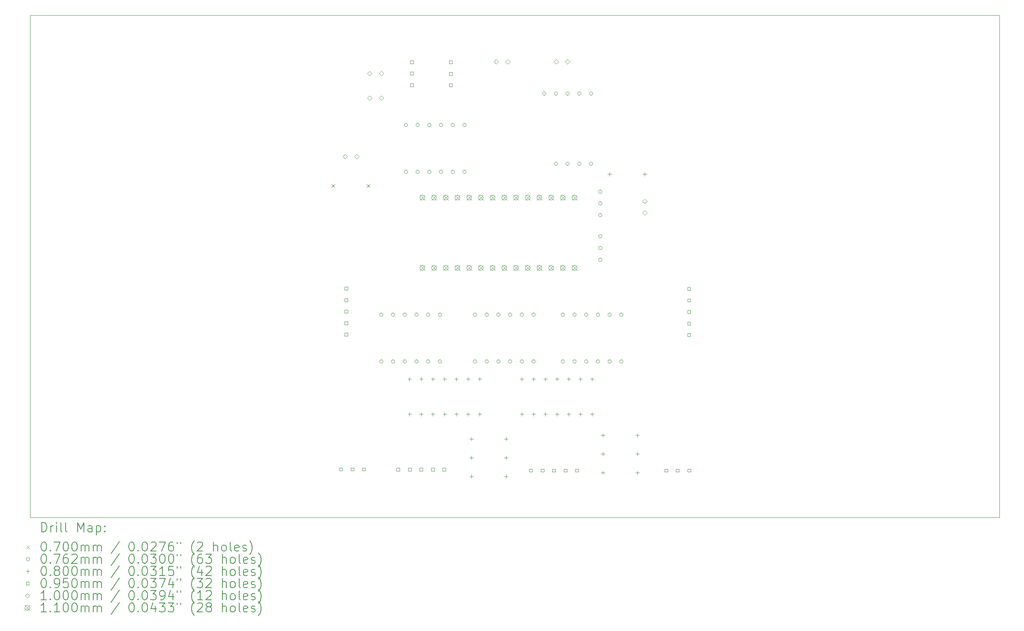
<source format=gbr>
%TF.GenerationSoftware,KiCad,Pcbnew,6.0.11-2627ca5db0~126~ubuntu20.04.1*%
%TF.CreationDate,2023-02-06T13:13:37-05:00*%
%TF.ProjectId,ScooterBLDCMotorController,53636f6f-7465-4724-924c-44434d6f746f,rev?*%
%TF.SameCoordinates,Original*%
%TF.FileFunction,Drillmap*%
%TF.FilePolarity,Positive*%
%FSLAX45Y45*%
G04 Gerber Fmt 4.5, Leading zero omitted, Abs format (unit mm)*
G04 Created by KiCad (PCBNEW 6.0.11-2627ca5db0~126~ubuntu20.04.1) date 2023-02-06 13:13:37*
%MOMM*%
%LPD*%
G01*
G04 APERTURE LIST*
%ADD10C,0.100000*%
%ADD11C,0.200000*%
%ADD12C,0.070000*%
%ADD13C,0.076200*%
%ADD14C,0.080000*%
%ADD15C,0.095000*%
%ADD16C,0.110000*%
G04 APERTURE END LIST*
D10*
X25374600Y-3771900D02*
X4343400Y-3771900D01*
X4343400Y-3771900D02*
X4343400Y-14668500D01*
X4343400Y-14668500D02*
X25374600Y-14668500D01*
X25374600Y-14668500D02*
X25374600Y-3771900D01*
D11*
D12*
X10886000Y-7443600D02*
X10956000Y-7513600D01*
X10956000Y-7443600D02*
X10886000Y-7513600D01*
X11648000Y-7443600D02*
X11718000Y-7513600D01*
X11718000Y-7443600D02*
X11648000Y-7513600D01*
D13*
X12005500Y-10272600D02*
G75*
G03*
X12005500Y-10272600I-38100J0D01*
G01*
X12005500Y-11288600D02*
G75*
G03*
X12005500Y-11288600I-38100J0D01*
G01*
X12259500Y-10272600D02*
G75*
G03*
X12259500Y-10272600I-38100J0D01*
G01*
X12259500Y-11288600D02*
G75*
G03*
X12259500Y-11288600I-38100J0D01*
G01*
X12513500Y-10272600D02*
G75*
G03*
X12513500Y-10272600I-38100J0D01*
G01*
X12513500Y-11288600D02*
G75*
G03*
X12513500Y-11288600I-38100J0D01*
G01*
X12538900Y-6157800D02*
G75*
G03*
X12538900Y-6157800I-38100J0D01*
G01*
X12538900Y-7173800D02*
G75*
G03*
X12538900Y-7173800I-38100J0D01*
G01*
X12767500Y-10272600D02*
G75*
G03*
X12767500Y-10272600I-38100J0D01*
G01*
X12767500Y-11288600D02*
G75*
G03*
X12767500Y-11288600I-38100J0D01*
G01*
X12792900Y-6157800D02*
G75*
G03*
X12792900Y-6157800I-38100J0D01*
G01*
X12792900Y-7173800D02*
G75*
G03*
X12792900Y-7173800I-38100J0D01*
G01*
X13021500Y-10272600D02*
G75*
G03*
X13021500Y-10272600I-38100J0D01*
G01*
X13021500Y-11288600D02*
G75*
G03*
X13021500Y-11288600I-38100J0D01*
G01*
X13046900Y-6157800D02*
G75*
G03*
X13046900Y-6157800I-38100J0D01*
G01*
X13046900Y-7173800D02*
G75*
G03*
X13046900Y-7173800I-38100J0D01*
G01*
X13275500Y-10272600D02*
G75*
G03*
X13275500Y-10272600I-38100J0D01*
G01*
X13275500Y-11288600D02*
G75*
G03*
X13275500Y-11288600I-38100J0D01*
G01*
X13300900Y-6157800D02*
G75*
G03*
X13300900Y-6157800I-38100J0D01*
G01*
X13300900Y-7173800D02*
G75*
G03*
X13300900Y-7173800I-38100J0D01*
G01*
X13554900Y-6157800D02*
G75*
G03*
X13554900Y-6157800I-38100J0D01*
G01*
X13554900Y-7173800D02*
G75*
G03*
X13554900Y-7173800I-38100J0D01*
G01*
X13808900Y-6157800D02*
G75*
G03*
X13808900Y-6157800I-38100J0D01*
G01*
X13808900Y-7173800D02*
G75*
G03*
X13808900Y-7173800I-38100J0D01*
G01*
X14037500Y-10272600D02*
G75*
G03*
X14037500Y-10272600I-38100J0D01*
G01*
X14037500Y-11288600D02*
G75*
G03*
X14037500Y-11288600I-38100J0D01*
G01*
X14291500Y-10272600D02*
G75*
G03*
X14291500Y-10272600I-38100J0D01*
G01*
X14291500Y-11288600D02*
G75*
G03*
X14291500Y-11288600I-38100J0D01*
G01*
X14545500Y-10272600D02*
G75*
G03*
X14545500Y-10272600I-38100J0D01*
G01*
X14545500Y-11288600D02*
G75*
G03*
X14545500Y-11288600I-38100J0D01*
G01*
X14799500Y-10272600D02*
G75*
G03*
X14799500Y-10272600I-38100J0D01*
G01*
X14799500Y-11288600D02*
G75*
G03*
X14799500Y-11288600I-38100J0D01*
G01*
X15053500Y-10272600D02*
G75*
G03*
X15053500Y-10272600I-38100J0D01*
G01*
X15053500Y-11288600D02*
G75*
G03*
X15053500Y-11288600I-38100J0D01*
G01*
X15307500Y-10272600D02*
G75*
G03*
X15307500Y-10272600I-38100J0D01*
G01*
X15307500Y-11288600D02*
G75*
G03*
X15307500Y-11288600I-38100J0D01*
G01*
X15538100Y-5473850D02*
G75*
G03*
X15538100Y-5473850I-38100J0D01*
G01*
X15792100Y-5473850D02*
G75*
G03*
X15792100Y-5473850I-38100J0D01*
G01*
X15792100Y-6997850D02*
G75*
G03*
X15792100Y-6997850I-38100J0D01*
G01*
X15942500Y-10272600D02*
G75*
G03*
X15942500Y-10272600I-38100J0D01*
G01*
X15942500Y-11288600D02*
G75*
G03*
X15942500Y-11288600I-38100J0D01*
G01*
X16046100Y-5473850D02*
G75*
G03*
X16046100Y-5473850I-38100J0D01*
G01*
X16046100Y-6997850D02*
G75*
G03*
X16046100Y-6997850I-38100J0D01*
G01*
X16196500Y-10272600D02*
G75*
G03*
X16196500Y-10272600I-38100J0D01*
G01*
X16196500Y-11288600D02*
G75*
G03*
X16196500Y-11288600I-38100J0D01*
G01*
X16300100Y-5473850D02*
G75*
G03*
X16300100Y-5473850I-38100J0D01*
G01*
X16300100Y-6997850D02*
G75*
G03*
X16300100Y-6997850I-38100J0D01*
G01*
X16450500Y-10272600D02*
G75*
G03*
X16450500Y-10272600I-38100J0D01*
G01*
X16450500Y-11288600D02*
G75*
G03*
X16450500Y-11288600I-38100J0D01*
G01*
X16554100Y-5473850D02*
G75*
G03*
X16554100Y-5473850I-38100J0D01*
G01*
X16554100Y-6997850D02*
G75*
G03*
X16554100Y-6997850I-38100J0D01*
G01*
X16704500Y-10272600D02*
G75*
G03*
X16704500Y-10272600I-38100J0D01*
G01*
X16704500Y-11288600D02*
G75*
G03*
X16704500Y-11288600I-38100J0D01*
G01*
X16755300Y-7605600D02*
G75*
G03*
X16755300Y-7605600I-38100J0D01*
G01*
X16755300Y-7859600D02*
G75*
G03*
X16755300Y-7859600I-38100J0D01*
G01*
X16755300Y-8113600D02*
G75*
G03*
X16755300Y-8113600I-38100J0D01*
G01*
X16755300Y-8572500D02*
G75*
G03*
X16755300Y-8572500I-38100J0D01*
G01*
X16755300Y-8826500D02*
G75*
G03*
X16755300Y-8826500I-38100J0D01*
G01*
X16755300Y-9080500D02*
G75*
G03*
X16755300Y-9080500I-38100J0D01*
G01*
X16958500Y-10272600D02*
G75*
G03*
X16958500Y-10272600I-38100J0D01*
G01*
X16958500Y-11288600D02*
G75*
G03*
X16958500Y-11288600I-38100J0D01*
G01*
X17212500Y-10272600D02*
G75*
G03*
X17212500Y-10272600I-38100J0D01*
G01*
X17212500Y-11288600D02*
G75*
G03*
X17212500Y-11288600I-38100J0D01*
G01*
D14*
X12577500Y-11630600D02*
X12577500Y-11710600D01*
X12537500Y-11670600D02*
X12617500Y-11670600D01*
X12577500Y-12392600D02*
X12577500Y-12472600D01*
X12537500Y-12432600D02*
X12617500Y-12432600D01*
X12831500Y-11630600D02*
X12831500Y-11710600D01*
X12791500Y-11670600D02*
X12871500Y-11670600D01*
X12831500Y-12392600D02*
X12831500Y-12472600D01*
X12791500Y-12432600D02*
X12871500Y-12432600D01*
X13085500Y-11630600D02*
X13085500Y-11710600D01*
X13045500Y-11670600D02*
X13125500Y-11670600D01*
X13085500Y-12392600D02*
X13085500Y-12472600D01*
X13045500Y-12432600D02*
X13125500Y-12432600D01*
X13339500Y-11630600D02*
X13339500Y-11710600D01*
X13299500Y-11670600D02*
X13379500Y-11670600D01*
X13339500Y-12392600D02*
X13339500Y-12472600D01*
X13299500Y-12432600D02*
X13379500Y-12432600D01*
X13593500Y-11630600D02*
X13593500Y-11710600D01*
X13553500Y-11670600D02*
X13633500Y-11670600D01*
X13593500Y-12392600D02*
X13593500Y-12472600D01*
X13553500Y-12432600D02*
X13633500Y-12432600D01*
X13847500Y-11630600D02*
X13847500Y-11710600D01*
X13807500Y-11670600D02*
X13887500Y-11670600D01*
X13847500Y-12392600D02*
X13847500Y-12472600D01*
X13807500Y-12432600D02*
X13887500Y-12432600D01*
X13923200Y-12926700D02*
X13923200Y-13006700D01*
X13883200Y-12966700D02*
X13963200Y-12966700D01*
X13923200Y-13333100D02*
X13923200Y-13413100D01*
X13883200Y-13373100D02*
X13963200Y-13373100D01*
X13923200Y-13739500D02*
X13923200Y-13819500D01*
X13883200Y-13779500D02*
X13963200Y-13779500D01*
X14101500Y-11630600D02*
X14101500Y-11710600D01*
X14061500Y-11670600D02*
X14141500Y-11670600D01*
X14101500Y-12392600D02*
X14101500Y-12472600D01*
X14061500Y-12432600D02*
X14141500Y-12432600D01*
X14673200Y-12926700D02*
X14673200Y-13006700D01*
X14633200Y-12966700D02*
X14713200Y-12966700D01*
X14673200Y-13333100D02*
X14673200Y-13413100D01*
X14633200Y-13373100D02*
X14713200Y-13373100D01*
X14673200Y-13739500D02*
X14673200Y-13819500D01*
X14633200Y-13779500D02*
X14713200Y-13779500D01*
X15015900Y-11630600D02*
X15015900Y-11710600D01*
X14975900Y-11670600D02*
X15055900Y-11670600D01*
X15015900Y-12392600D02*
X15015900Y-12472600D01*
X14975900Y-12432600D02*
X15055900Y-12432600D01*
X15269900Y-11630600D02*
X15269900Y-11710600D01*
X15229900Y-11670600D02*
X15309900Y-11670600D01*
X15269900Y-12392600D02*
X15269900Y-12472600D01*
X15229900Y-12432600D02*
X15309900Y-12432600D01*
X15523900Y-11630600D02*
X15523900Y-11710600D01*
X15483900Y-11670600D02*
X15563900Y-11670600D01*
X15523900Y-12392600D02*
X15523900Y-12472600D01*
X15483900Y-12432600D02*
X15563900Y-12432600D01*
X15777900Y-11630600D02*
X15777900Y-11710600D01*
X15737900Y-11670600D02*
X15817900Y-11670600D01*
X15777900Y-12392600D02*
X15777900Y-12472600D01*
X15737900Y-12432600D02*
X15817900Y-12432600D01*
X16031900Y-11630600D02*
X16031900Y-11710600D01*
X15991900Y-11670600D02*
X16071900Y-11670600D01*
X16031900Y-12392600D02*
X16031900Y-12472600D01*
X15991900Y-12432600D02*
X16071900Y-12432600D01*
X16285900Y-11630600D02*
X16285900Y-11710600D01*
X16245900Y-11670600D02*
X16325900Y-11670600D01*
X16285900Y-12392600D02*
X16285900Y-12472600D01*
X16245900Y-12432600D02*
X16325900Y-12432600D01*
X16539900Y-11630600D02*
X16539900Y-11710600D01*
X16499900Y-11670600D02*
X16579900Y-11670600D01*
X16539900Y-12392600D02*
X16539900Y-12472600D01*
X16499900Y-12432600D02*
X16579900Y-12432600D01*
X16774000Y-12848800D02*
X16774000Y-12928800D01*
X16734000Y-12888800D02*
X16814000Y-12888800D01*
X16774000Y-13255200D02*
X16774000Y-13335200D01*
X16734000Y-13295200D02*
X16814000Y-13295200D01*
X16774000Y-13661600D02*
X16774000Y-13741600D01*
X16734000Y-13701600D02*
X16814000Y-13701600D01*
X16920400Y-7184600D02*
X16920400Y-7264600D01*
X16880400Y-7224600D02*
X16960400Y-7224600D01*
X17524000Y-12848800D02*
X17524000Y-12928800D01*
X17484000Y-12888800D02*
X17564000Y-12888800D01*
X17524000Y-13255200D02*
X17524000Y-13335200D01*
X17484000Y-13295200D02*
X17564000Y-13295200D01*
X17524000Y-13661600D02*
X17524000Y-13741600D01*
X17484000Y-13701600D02*
X17564000Y-13701600D01*
X17682400Y-7184600D02*
X17682400Y-7264600D01*
X17642400Y-7224600D02*
X17722400Y-7224600D01*
D15*
X11119988Y-13660688D02*
X11119988Y-13593512D01*
X11052812Y-13593512D01*
X11052812Y-13660688D01*
X11119988Y-13660688D01*
X11234988Y-9736388D02*
X11234988Y-9669212D01*
X11167812Y-9669212D01*
X11167812Y-9736388D01*
X11234988Y-9736388D01*
X11234988Y-9986388D02*
X11234988Y-9919212D01*
X11167812Y-9919212D01*
X11167812Y-9986388D01*
X11234988Y-9986388D01*
X11234988Y-10236388D02*
X11234988Y-10169212D01*
X11167812Y-10169212D01*
X11167812Y-10236388D01*
X11234988Y-10236388D01*
X11234988Y-10486388D02*
X11234988Y-10419212D01*
X11167812Y-10419212D01*
X11167812Y-10486388D01*
X11234988Y-10486388D01*
X11234988Y-10736388D02*
X11234988Y-10669212D01*
X11167812Y-10669212D01*
X11167812Y-10736388D01*
X11234988Y-10736388D01*
X11369988Y-13660688D02*
X11369988Y-13593512D01*
X11302812Y-13593512D01*
X11302812Y-13660688D01*
X11369988Y-13660688D01*
X11619988Y-13660688D02*
X11619988Y-13593512D01*
X11552812Y-13593512D01*
X11552812Y-13660688D01*
X11619988Y-13660688D01*
X12364588Y-13662388D02*
X12364588Y-13595212D01*
X12297412Y-13595212D01*
X12297412Y-13662388D01*
X12364588Y-13662388D01*
X12614588Y-13662388D02*
X12614588Y-13595212D01*
X12547412Y-13595212D01*
X12547412Y-13662388D01*
X12614588Y-13662388D01*
X12663688Y-4823788D02*
X12663688Y-4756612D01*
X12596512Y-4756612D01*
X12596512Y-4823788D01*
X12663688Y-4823788D01*
X12663688Y-5073788D02*
X12663688Y-5006612D01*
X12596512Y-5006612D01*
X12596512Y-5073788D01*
X12663688Y-5073788D01*
X12663688Y-5323788D02*
X12663688Y-5256612D01*
X12596512Y-5256612D01*
X12596512Y-5323788D01*
X12663688Y-5323788D01*
X12864588Y-13662388D02*
X12864588Y-13595212D01*
X12797412Y-13595212D01*
X12797412Y-13662388D01*
X12864588Y-13662388D01*
X13114588Y-13662388D02*
X13114588Y-13595212D01*
X13047412Y-13595212D01*
X13047412Y-13662388D01*
X13114588Y-13662388D01*
X13364588Y-13662388D02*
X13364588Y-13595212D01*
X13297412Y-13595212D01*
X13297412Y-13662388D01*
X13364588Y-13662388D01*
X13503588Y-4827788D02*
X13503588Y-4760612D01*
X13436412Y-4760612D01*
X13436412Y-4827788D01*
X13503588Y-4827788D01*
X13503588Y-5077788D02*
X13503588Y-5010612D01*
X13436412Y-5010612D01*
X13436412Y-5077788D01*
X13503588Y-5077788D01*
X13503588Y-5327788D02*
X13503588Y-5260612D01*
X13436412Y-5260612D01*
X13436412Y-5327788D01*
X13503588Y-5327788D01*
X15242788Y-13686088D02*
X15242788Y-13618912D01*
X15175612Y-13618912D01*
X15175612Y-13686088D01*
X15242788Y-13686088D01*
X15492788Y-13686088D02*
X15492788Y-13618912D01*
X15425612Y-13618912D01*
X15425612Y-13686088D01*
X15492788Y-13686088D01*
X15742788Y-13686088D02*
X15742788Y-13618912D01*
X15675612Y-13618912D01*
X15675612Y-13686088D01*
X15742788Y-13686088D01*
X15992788Y-13686088D02*
X15992788Y-13618912D01*
X15925612Y-13618912D01*
X15925612Y-13686088D01*
X15992788Y-13686088D01*
X16242788Y-13686088D02*
X16242788Y-13618912D01*
X16175612Y-13618912D01*
X16175612Y-13686088D01*
X16242788Y-13686088D01*
X18177188Y-13686088D02*
X18177188Y-13618912D01*
X18110012Y-13618912D01*
X18110012Y-13686088D01*
X18177188Y-13686088D01*
X18427188Y-13686088D02*
X18427188Y-13618912D01*
X18360012Y-13618912D01*
X18360012Y-13686088D01*
X18427188Y-13686088D01*
X18675488Y-9744388D02*
X18675488Y-9677212D01*
X18608312Y-9677212D01*
X18608312Y-9744388D01*
X18675488Y-9744388D01*
X18675488Y-9994388D02*
X18675488Y-9927212D01*
X18608312Y-9927212D01*
X18608312Y-9994388D01*
X18675488Y-9994388D01*
X18675488Y-10244388D02*
X18675488Y-10177212D01*
X18608312Y-10177212D01*
X18608312Y-10244388D01*
X18675488Y-10244388D01*
X18675488Y-10494388D02*
X18675488Y-10427212D01*
X18608312Y-10427212D01*
X18608312Y-10494388D01*
X18675488Y-10494388D01*
X18675488Y-10744388D02*
X18675488Y-10677212D01*
X18608312Y-10677212D01*
X18608312Y-10744388D01*
X18675488Y-10744388D01*
X18677188Y-13686088D02*
X18677188Y-13618912D01*
X18610012Y-13618912D01*
X18610012Y-13686088D01*
X18677188Y-13686088D01*
D10*
X11182000Y-6891900D02*
X11232000Y-6841900D01*
X11182000Y-6791900D01*
X11132000Y-6841900D01*
X11182000Y-6891900D01*
X11432000Y-6891900D02*
X11482000Y-6841900D01*
X11432000Y-6791900D01*
X11382000Y-6841900D01*
X11432000Y-6891900D01*
X11713400Y-5090200D02*
X11763400Y-5040200D01*
X11713400Y-4990200D01*
X11663400Y-5040200D01*
X11713400Y-5090200D01*
X11713400Y-5623600D02*
X11763400Y-5573600D01*
X11713400Y-5523600D01*
X11663400Y-5573600D01*
X11713400Y-5623600D01*
X11967400Y-5090200D02*
X12017400Y-5040200D01*
X11967400Y-4990200D01*
X11917400Y-5040200D01*
X11967400Y-5090200D01*
X11967400Y-5623600D02*
X12017400Y-5573600D01*
X11967400Y-5523600D01*
X11917400Y-5573600D01*
X11967400Y-5623600D01*
X14458600Y-4834500D02*
X14508600Y-4784500D01*
X14458600Y-4734500D01*
X14408600Y-4784500D01*
X14458600Y-4834500D01*
X14708600Y-4834500D02*
X14758600Y-4784500D01*
X14708600Y-4734500D01*
X14658600Y-4784500D01*
X14708600Y-4834500D01*
X15756000Y-4834500D02*
X15806000Y-4784500D01*
X15756000Y-4734500D01*
X15706000Y-4784500D01*
X15756000Y-4834500D01*
X16006000Y-4834500D02*
X16056000Y-4784500D01*
X16006000Y-4734500D01*
X15956000Y-4784500D01*
X16006000Y-4834500D01*
X17684100Y-7860800D02*
X17734100Y-7810800D01*
X17684100Y-7760800D01*
X17634100Y-7810800D01*
X17684100Y-7860800D01*
X17684100Y-8110800D02*
X17734100Y-8060800D01*
X17684100Y-8010800D01*
X17634100Y-8060800D01*
X17684100Y-8110800D01*
D16*
X12801400Y-7677600D02*
X12911400Y-7787600D01*
X12911400Y-7677600D02*
X12801400Y-7787600D01*
X12911400Y-7732600D02*
G75*
G03*
X12911400Y-7732600I-55000J0D01*
G01*
X12801400Y-9201600D02*
X12911400Y-9311600D01*
X12911400Y-9201600D02*
X12801400Y-9311600D01*
X12911400Y-9256600D02*
G75*
G03*
X12911400Y-9256600I-55000J0D01*
G01*
X13055400Y-7677600D02*
X13165400Y-7787600D01*
X13165400Y-7677600D02*
X13055400Y-7787600D01*
X13165400Y-7732600D02*
G75*
G03*
X13165400Y-7732600I-55000J0D01*
G01*
X13055400Y-9201600D02*
X13165400Y-9311600D01*
X13165400Y-9201600D02*
X13055400Y-9311600D01*
X13165400Y-9256600D02*
G75*
G03*
X13165400Y-9256600I-55000J0D01*
G01*
X13309400Y-7677600D02*
X13419400Y-7787600D01*
X13419400Y-7677600D02*
X13309400Y-7787600D01*
X13419400Y-7732600D02*
G75*
G03*
X13419400Y-7732600I-55000J0D01*
G01*
X13309400Y-9201600D02*
X13419400Y-9311600D01*
X13419400Y-9201600D02*
X13309400Y-9311600D01*
X13419400Y-9256600D02*
G75*
G03*
X13419400Y-9256600I-55000J0D01*
G01*
X13563400Y-7677600D02*
X13673400Y-7787600D01*
X13673400Y-7677600D02*
X13563400Y-7787600D01*
X13673400Y-7732600D02*
G75*
G03*
X13673400Y-7732600I-55000J0D01*
G01*
X13563400Y-9201600D02*
X13673400Y-9311600D01*
X13673400Y-9201600D02*
X13563400Y-9311600D01*
X13673400Y-9256600D02*
G75*
G03*
X13673400Y-9256600I-55000J0D01*
G01*
X13817400Y-7677600D02*
X13927400Y-7787600D01*
X13927400Y-7677600D02*
X13817400Y-7787600D01*
X13927400Y-7732600D02*
G75*
G03*
X13927400Y-7732600I-55000J0D01*
G01*
X13817400Y-9201600D02*
X13927400Y-9311600D01*
X13927400Y-9201600D02*
X13817400Y-9311600D01*
X13927400Y-9256600D02*
G75*
G03*
X13927400Y-9256600I-55000J0D01*
G01*
X14071400Y-7677600D02*
X14181400Y-7787600D01*
X14181400Y-7677600D02*
X14071400Y-7787600D01*
X14181400Y-7732600D02*
G75*
G03*
X14181400Y-7732600I-55000J0D01*
G01*
X14071400Y-9201600D02*
X14181400Y-9311600D01*
X14181400Y-9201600D02*
X14071400Y-9311600D01*
X14181400Y-9256600D02*
G75*
G03*
X14181400Y-9256600I-55000J0D01*
G01*
X14325400Y-7677600D02*
X14435400Y-7787600D01*
X14435400Y-7677600D02*
X14325400Y-7787600D01*
X14435400Y-7732600D02*
G75*
G03*
X14435400Y-7732600I-55000J0D01*
G01*
X14325400Y-9201600D02*
X14435400Y-9311600D01*
X14435400Y-9201600D02*
X14325400Y-9311600D01*
X14435400Y-9256600D02*
G75*
G03*
X14435400Y-9256600I-55000J0D01*
G01*
X14579400Y-7677600D02*
X14689400Y-7787600D01*
X14689400Y-7677600D02*
X14579400Y-7787600D01*
X14689400Y-7732600D02*
G75*
G03*
X14689400Y-7732600I-55000J0D01*
G01*
X14579400Y-9201600D02*
X14689400Y-9311600D01*
X14689400Y-9201600D02*
X14579400Y-9311600D01*
X14689400Y-9256600D02*
G75*
G03*
X14689400Y-9256600I-55000J0D01*
G01*
X14833400Y-7677600D02*
X14943400Y-7787600D01*
X14943400Y-7677600D02*
X14833400Y-7787600D01*
X14943400Y-7732600D02*
G75*
G03*
X14943400Y-7732600I-55000J0D01*
G01*
X14833400Y-9201600D02*
X14943400Y-9311600D01*
X14943400Y-9201600D02*
X14833400Y-9311600D01*
X14943400Y-9256600D02*
G75*
G03*
X14943400Y-9256600I-55000J0D01*
G01*
X15087400Y-7677600D02*
X15197400Y-7787600D01*
X15197400Y-7677600D02*
X15087400Y-7787600D01*
X15197400Y-7732600D02*
G75*
G03*
X15197400Y-7732600I-55000J0D01*
G01*
X15087400Y-9201600D02*
X15197400Y-9311600D01*
X15197400Y-9201600D02*
X15087400Y-9311600D01*
X15197400Y-9256600D02*
G75*
G03*
X15197400Y-9256600I-55000J0D01*
G01*
X15341400Y-7677600D02*
X15451400Y-7787600D01*
X15451400Y-7677600D02*
X15341400Y-7787600D01*
X15451400Y-7732600D02*
G75*
G03*
X15451400Y-7732600I-55000J0D01*
G01*
X15341400Y-9201600D02*
X15451400Y-9311600D01*
X15451400Y-9201600D02*
X15341400Y-9311600D01*
X15451400Y-9256600D02*
G75*
G03*
X15451400Y-9256600I-55000J0D01*
G01*
X15595400Y-7677600D02*
X15705400Y-7787600D01*
X15705400Y-7677600D02*
X15595400Y-7787600D01*
X15705400Y-7732600D02*
G75*
G03*
X15705400Y-7732600I-55000J0D01*
G01*
X15595400Y-9201600D02*
X15705400Y-9311600D01*
X15705400Y-9201600D02*
X15595400Y-9311600D01*
X15705400Y-9256600D02*
G75*
G03*
X15705400Y-9256600I-55000J0D01*
G01*
X15849400Y-7677600D02*
X15959400Y-7787600D01*
X15959400Y-7677600D02*
X15849400Y-7787600D01*
X15959400Y-7732600D02*
G75*
G03*
X15959400Y-7732600I-55000J0D01*
G01*
X15849400Y-9201600D02*
X15959400Y-9311600D01*
X15959400Y-9201600D02*
X15849400Y-9311600D01*
X15959400Y-9256600D02*
G75*
G03*
X15959400Y-9256600I-55000J0D01*
G01*
X16103400Y-7677600D02*
X16213400Y-7787600D01*
X16213400Y-7677600D02*
X16103400Y-7787600D01*
X16213400Y-7732600D02*
G75*
G03*
X16213400Y-7732600I-55000J0D01*
G01*
X16103400Y-9201600D02*
X16213400Y-9311600D01*
X16213400Y-9201600D02*
X16103400Y-9311600D01*
X16213400Y-9256600D02*
G75*
G03*
X16213400Y-9256600I-55000J0D01*
G01*
D11*
X4596019Y-14983976D02*
X4596019Y-14783976D01*
X4643638Y-14783976D01*
X4672210Y-14793500D01*
X4691257Y-14812548D01*
X4700781Y-14831595D01*
X4710305Y-14869690D01*
X4710305Y-14898262D01*
X4700781Y-14936357D01*
X4691257Y-14955405D01*
X4672210Y-14974452D01*
X4643638Y-14983976D01*
X4596019Y-14983976D01*
X4796019Y-14983976D02*
X4796019Y-14850643D01*
X4796019Y-14888738D02*
X4805543Y-14869690D01*
X4815067Y-14860167D01*
X4834114Y-14850643D01*
X4853162Y-14850643D01*
X4919829Y-14983976D02*
X4919829Y-14850643D01*
X4919829Y-14783976D02*
X4910305Y-14793500D01*
X4919829Y-14803024D01*
X4929352Y-14793500D01*
X4919829Y-14783976D01*
X4919829Y-14803024D01*
X5043638Y-14983976D02*
X5024590Y-14974452D01*
X5015067Y-14955405D01*
X5015067Y-14783976D01*
X5148400Y-14983976D02*
X5129352Y-14974452D01*
X5119829Y-14955405D01*
X5119829Y-14783976D01*
X5376971Y-14983976D02*
X5376971Y-14783976D01*
X5443638Y-14926833D01*
X5510305Y-14783976D01*
X5510305Y-14983976D01*
X5691257Y-14983976D02*
X5691257Y-14879214D01*
X5681733Y-14860167D01*
X5662686Y-14850643D01*
X5624590Y-14850643D01*
X5605543Y-14860167D01*
X5691257Y-14974452D02*
X5672209Y-14983976D01*
X5624590Y-14983976D01*
X5605543Y-14974452D01*
X5596019Y-14955405D01*
X5596019Y-14936357D01*
X5605543Y-14917309D01*
X5624590Y-14907786D01*
X5672209Y-14907786D01*
X5691257Y-14898262D01*
X5786495Y-14850643D02*
X5786495Y-15050643D01*
X5786495Y-14860167D02*
X5805543Y-14850643D01*
X5843638Y-14850643D01*
X5862686Y-14860167D01*
X5872209Y-14869690D01*
X5881733Y-14888738D01*
X5881733Y-14945881D01*
X5872209Y-14964928D01*
X5862686Y-14974452D01*
X5843638Y-14983976D01*
X5805543Y-14983976D01*
X5786495Y-14974452D01*
X5967448Y-14964928D02*
X5976971Y-14974452D01*
X5967448Y-14983976D01*
X5957924Y-14974452D01*
X5967448Y-14964928D01*
X5967448Y-14983976D01*
X5967448Y-14860167D02*
X5976971Y-14869690D01*
X5967448Y-14879214D01*
X5957924Y-14869690D01*
X5967448Y-14860167D01*
X5967448Y-14879214D01*
D12*
X4268400Y-15278500D02*
X4338400Y-15348500D01*
X4338400Y-15278500D02*
X4268400Y-15348500D01*
D11*
X4634114Y-15203976D02*
X4653162Y-15203976D01*
X4672210Y-15213500D01*
X4681733Y-15223024D01*
X4691257Y-15242071D01*
X4700781Y-15280167D01*
X4700781Y-15327786D01*
X4691257Y-15365881D01*
X4681733Y-15384928D01*
X4672210Y-15394452D01*
X4653162Y-15403976D01*
X4634114Y-15403976D01*
X4615067Y-15394452D01*
X4605543Y-15384928D01*
X4596019Y-15365881D01*
X4586495Y-15327786D01*
X4586495Y-15280167D01*
X4596019Y-15242071D01*
X4605543Y-15223024D01*
X4615067Y-15213500D01*
X4634114Y-15203976D01*
X4786495Y-15384928D02*
X4796019Y-15394452D01*
X4786495Y-15403976D01*
X4776971Y-15394452D01*
X4786495Y-15384928D01*
X4786495Y-15403976D01*
X4862686Y-15203976D02*
X4996019Y-15203976D01*
X4910305Y-15403976D01*
X5110305Y-15203976D02*
X5129352Y-15203976D01*
X5148400Y-15213500D01*
X5157924Y-15223024D01*
X5167448Y-15242071D01*
X5176971Y-15280167D01*
X5176971Y-15327786D01*
X5167448Y-15365881D01*
X5157924Y-15384928D01*
X5148400Y-15394452D01*
X5129352Y-15403976D01*
X5110305Y-15403976D01*
X5091257Y-15394452D01*
X5081733Y-15384928D01*
X5072210Y-15365881D01*
X5062686Y-15327786D01*
X5062686Y-15280167D01*
X5072210Y-15242071D01*
X5081733Y-15223024D01*
X5091257Y-15213500D01*
X5110305Y-15203976D01*
X5300781Y-15203976D02*
X5319829Y-15203976D01*
X5338876Y-15213500D01*
X5348400Y-15223024D01*
X5357924Y-15242071D01*
X5367448Y-15280167D01*
X5367448Y-15327786D01*
X5357924Y-15365881D01*
X5348400Y-15384928D01*
X5338876Y-15394452D01*
X5319829Y-15403976D01*
X5300781Y-15403976D01*
X5281733Y-15394452D01*
X5272210Y-15384928D01*
X5262686Y-15365881D01*
X5253162Y-15327786D01*
X5253162Y-15280167D01*
X5262686Y-15242071D01*
X5272210Y-15223024D01*
X5281733Y-15213500D01*
X5300781Y-15203976D01*
X5453162Y-15403976D02*
X5453162Y-15270643D01*
X5453162Y-15289690D02*
X5462686Y-15280167D01*
X5481733Y-15270643D01*
X5510305Y-15270643D01*
X5529352Y-15280167D01*
X5538876Y-15299214D01*
X5538876Y-15403976D01*
X5538876Y-15299214D02*
X5548400Y-15280167D01*
X5567448Y-15270643D01*
X5596019Y-15270643D01*
X5615067Y-15280167D01*
X5624590Y-15299214D01*
X5624590Y-15403976D01*
X5719828Y-15403976D02*
X5719828Y-15270643D01*
X5719828Y-15289690D02*
X5729352Y-15280167D01*
X5748400Y-15270643D01*
X5776971Y-15270643D01*
X5796019Y-15280167D01*
X5805543Y-15299214D01*
X5805543Y-15403976D01*
X5805543Y-15299214D02*
X5815067Y-15280167D01*
X5834114Y-15270643D01*
X5862686Y-15270643D01*
X5881733Y-15280167D01*
X5891257Y-15299214D01*
X5891257Y-15403976D01*
X6281733Y-15194452D02*
X6110305Y-15451595D01*
X6538876Y-15203976D02*
X6557924Y-15203976D01*
X6576971Y-15213500D01*
X6586495Y-15223024D01*
X6596019Y-15242071D01*
X6605543Y-15280167D01*
X6605543Y-15327786D01*
X6596019Y-15365881D01*
X6586495Y-15384928D01*
X6576971Y-15394452D01*
X6557924Y-15403976D01*
X6538876Y-15403976D01*
X6519828Y-15394452D01*
X6510305Y-15384928D01*
X6500781Y-15365881D01*
X6491257Y-15327786D01*
X6491257Y-15280167D01*
X6500781Y-15242071D01*
X6510305Y-15223024D01*
X6519828Y-15213500D01*
X6538876Y-15203976D01*
X6691257Y-15384928D02*
X6700781Y-15394452D01*
X6691257Y-15403976D01*
X6681733Y-15394452D01*
X6691257Y-15384928D01*
X6691257Y-15403976D01*
X6824590Y-15203976D02*
X6843638Y-15203976D01*
X6862686Y-15213500D01*
X6872209Y-15223024D01*
X6881733Y-15242071D01*
X6891257Y-15280167D01*
X6891257Y-15327786D01*
X6881733Y-15365881D01*
X6872209Y-15384928D01*
X6862686Y-15394452D01*
X6843638Y-15403976D01*
X6824590Y-15403976D01*
X6805543Y-15394452D01*
X6796019Y-15384928D01*
X6786495Y-15365881D01*
X6776971Y-15327786D01*
X6776971Y-15280167D01*
X6786495Y-15242071D01*
X6796019Y-15223024D01*
X6805543Y-15213500D01*
X6824590Y-15203976D01*
X6967448Y-15223024D02*
X6976971Y-15213500D01*
X6996019Y-15203976D01*
X7043638Y-15203976D01*
X7062686Y-15213500D01*
X7072209Y-15223024D01*
X7081733Y-15242071D01*
X7081733Y-15261119D01*
X7072209Y-15289690D01*
X6957924Y-15403976D01*
X7081733Y-15403976D01*
X7148400Y-15203976D02*
X7281733Y-15203976D01*
X7196019Y-15403976D01*
X7443638Y-15203976D02*
X7405543Y-15203976D01*
X7386495Y-15213500D01*
X7376971Y-15223024D01*
X7357924Y-15251595D01*
X7348400Y-15289690D01*
X7348400Y-15365881D01*
X7357924Y-15384928D01*
X7367448Y-15394452D01*
X7386495Y-15403976D01*
X7424590Y-15403976D01*
X7443638Y-15394452D01*
X7453162Y-15384928D01*
X7462686Y-15365881D01*
X7462686Y-15318262D01*
X7453162Y-15299214D01*
X7443638Y-15289690D01*
X7424590Y-15280167D01*
X7386495Y-15280167D01*
X7367448Y-15289690D01*
X7357924Y-15299214D01*
X7348400Y-15318262D01*
X7538876Y-15203976D02*
X7538876Y-15242071D01*
X7615067Y-15203976D02*
X7615067Y-15242071D01*
X7910305Y-15480167D02*
X7900781Y-15470643D01*
X7881733Y-15442071D01*
X7872209Y-15423024D01*
X7862686Y-15394452D01*
X7853162Y-15346833D01*
X7853162Y-15308738D01*
X7862686Y-15261119D01*
X7872209Y-15232548D01*
X7881733Y-15213500D01*
X7900781Y-15184928D01*
X7910305Y-15175405D01*
X7976971Y-15223024D02*
X7986495Y-15213500D01*
X8005543Y-15203976D01*
X8053162Y-15203976D01*
X8072209Y-15213500D01*
X8081733Y-15223024D01*
X8091257Y-15242071D01*
X8091257Y-15261119D01*
X8081733Y-15289690D01*
X7967448Y-15403976D01*
X8091257Y-15403976D01*
X8329352Y-15403976D02*
X8329352Y-15203976D01*
X8415067Y-15403976D02*
X8415067Y-15299214D01*
X8405543Y-15280167D01*
X8386495Y-15270643D01*
X8357924Y-15270643D01*
X8338876Y-15280167D01*
X8329352Y-15289690D01*
X8538876Y-15403976D02*
X8519829Y-15394452D01*
X8510305Y-15384928D01*
X8500781Y-15365881D01*
X8500781Y-15308738D01*
X8510305Y-15289690D01*
X8519829Y-15280167D01*
X8538876Y-15270643D01*
X8567448Y-15270643D01*
X8586495Y-15280167D01*
X8596019Y-15289690D01*
X8605543Y-15308738D01*
X8605543Y-15365881D01*
X8596019Y-15384928D01*
X8586495Y-15394452D01*
X8567448Y-15403976D01*
X8538876Y-15403976D01*
X8719829Y-15403976D02*
X8700781Y-15394452D01*
X8691257Y-15375405D01*
X8691257Y-15203976D01*
X8872210Y-15394452D02*
X8853162Y-15403976D01*
X8815067Y-15403976D01*
X8796019Y-15394452D01*
X8786495Y-15375405D01*
X8786495Y-15299214D01*
X8796019Y-15280167D01*
X8815067Y-15270643D01*
X8853162Y-15270643D01*
X8872210Y-15280167D01*
X8881733Y-15299214D01*
X8881733Y-15318262D01*
X8786495Y-15337309D01*
X8957924Y-15394452D02*
X8976971Y-15403976D01*
X9015067Y-15403976D01*
X9034114Y-15394452D01*
X9043638Y-15375405D01*
X9043638Y-15365881D01*
X9034114Y-15346833D01*
X9015067Y-15337309D01*
X8986495Y-15337309D01*
X8967448Y-15327786D01*
X8957924Y-15308738D01*
X8957924Y-15299214D01*
X8967448Y-15280167D01*
X8986495Y-15270643D01*
X9015067Y-15270643D01*
X9034114Y-15280167D01*
X9110305Y-15480167D02*
X9119829Y-15470643D01*
X9138876Y-15442071D01*
X9148400Y-15423024D01*
X9157924Y-15394452D01*
X9167448Y-15346833D01*
X9167448Y-15308738D01*
X9157924Y-15261119D01*
X9148400Y-15232548D01*
X9138876Y-15213500D01*
X9119829Y-15184928D01*
X9110305Y-15175405D01*
D13*
X4338400Y-15577500D02*
G75*
G03*
X4338400Y-15577500I-38100J0D01*
G01*
D11*
X4634114Y-15467976D02*
X4653162Y-15467976D01*
X4672210Y-15477500D01*
X4681733Y-15487024D01*
X4691257Y-15506071D01*
X4700781Y-15544167D01*
X4700781Y-15591786D01*
X4691257Y-15629881D01*
X4681733Y-15648928D01*
X4672210Y-15658452D01*
X4653162Y-15667976D01*
X4634114Y-15667976D01*
X4615067Y-15658452D01*
X4605543Y-15648928D01*
X4596019Y-15629881D01*
X4586495Y-15591786D01*
X4586495Y-15544167D01*
X4596019Y-15506071D01*
X4605543Y-15487024D01*
X4615067Y-15477500D01*
X4634114Y-15467976D01*
X4786495Y-15648928D02*
X4796019Y-15658452D01*
X4786495Y-15667976D01*
X4776971Y-15658452D01*
X4786495Y-15648928D01*
X4786495Y-15667976D01*
X4862686Y-15467976D02*
X4996019Y-15467976D01*
X4910305Y-15667976D01*
X5157924Y-15467976D02*
X5119829Y-15467976D01*
X5100781Y-15477500D01*
X5091257Y-15487024D01*
X5072210Y-15515595D01*
X5062686Y-15553690D01*
X5062686Y-15629881D01*
X5072210Y-15648928D01*
X5081733Y-15658452D01*
X5100781Y-15667976D01*
X5138876Y-15667976D01*
X5157924Y-15658452D01*
X5167448Y-15648928D01*
X5176971Y-15629881D01*
X5176971Y-15582262D01*
X5167448Y-15563214D01*
X5157924Y-15553690D01*
X5138876Y-15544167D01*
X5100781Y-15544167D01*
X5081733Y-15553690D01*
X5072210Y-15563214D01*
X5062686Y-15582262D01*
X5253162Y-15487024D02*
X5262686Y-15477500D01*
X5281733Y-15467976D01*
X5329352Y-15467976D01*
X5348400Y-15477500D01*
X5357924Y-15487024D01*
X5367448Y-15506071D01*
X5367448Y-15525119D01*
X5357924Y-15553690D01*
X5243638Y-15667976D01*
X5367448Y-15667976D01*
X5453162Y-15667976D02*
X5453162Y-15534643D01*
X5453162Y-15553690D02*
X5462686Y-15544167D01*
X5481733Y-15534643D01*
X5510305Y-15534643D01*
X5529352Y-15544167D01*
X5538876Y-15563214D01*
X5538876Y-15667976D01*
X5538876Y-15563214D02*
X5548400Y-15544167D01*
X5567448Y-15534643D01*
X5596019Y-15534643D01*
X5615067Y-15544167D01*
X5624590Y-15563214D01*
X5624590Y-15667976D01*
X5719828Y-15667976D02*
X5719828Y-15534643D01*
X5719828Y-15553690D02*
X5729352Y-15544167D01*
X5748400Y-15534643D01*
X5776971Y-15534643D01*
X5796019Y-15544167D01*
X5805543Y-15563214D01*
X5805543Y-15667976D01*
X5805543Y-15563214D02*
X5815067Y-15544167D01*
X5834114Y-15534643D01*
X5862686Y-15534643D01*
X5881733Y-15544167D01*
X5891257Y-15563214D01*
X5891257Y-15667976D01*
X6281733Y-15458452D02*
X6110305Y-15715595D01*
X6538876Y-15467976D02*
X6557924Y-15467976D01*
X6576971Y-15477500D01*
X6586495Y-15487024D01*
X6596019Y-15506071D01*
X6605543Y-15544167D01*
X6605543Y-15591786D01*
X6596019Y-15629881D01*
X6586495Y-15648928D01*
X6576971Y-15658452D01*
X6557924Y-15667976D01*
X6538876Y-15667976D01*
X6519828Y-15658452D01*
X6510305Y-15648928D01*
X6500781Y-15629881D01*
X6491257Y-15591786D01*
X6491257Y-15544167D01*
X6500781Y-15506071D01*
X6510305Y-15487024D01*
X6519828Y-15477500D01*
X6538876Y-15467976D01*
X6691257Y-15648928D02*
X6700781Y-15658452D01*
X6691257Y-15667976D01*
X6681733Y-15658452D01*
X6691257Y-15648928D01*
X6691257Y-15667976D01*
X6824590Y-15467976D02*
X6843638Y-15467976D01*
X6862686Y-15477500D01*
X6872209Y-15487024D01*
X6881733Y-15506071D01*
X6891257Y-15544167D01*
X6891257Y-15591786D01*
X6881733Y-15629881D01*
X6872209Y-15648928D01*
X6862686Y-15658452D01*
X6843638Y-15667976D01*
X6824590Y-15667976D01*
X6805543Y-15658452D01*
X6796019Y-15648928D01*
X6786495Y-15629881D01*
X6776971Y-15591786D01*
X6776971Y-15544167D01*
X6786495Y-15506071D01*
X6796019Y-15487024D01*
X6805543Y-15477500D01*
X6824590Y-15467976D01*
X6957924Y-15467976D02*
X7081733Y-15467976D01*
X7015067Y-15544167D01*
X7043638Y-15544167D01*
X7062686Y-15553690D01*
X7072209Y-15563214D01*
X7081733Y-15582262D01*
X7081733Y-15629881D01*
X7072209Y-15648928D01*
X7062686Y-15658452D01*
X7043638Y-15667976D01*
X6986495Y-15667976D01*
X6967448Y-15658452D01*
X6957924Y-15648928D01*
X7205543Y-15467976D02*
X7224590Y-15467976D01*
X7243638Y-15477500D01*
X7253162Y-15487024D01*
X7262686Y-15506071D01*
X7272209Y-15544167D01*
X7272209Y-15591786D01*
X7262686Y-15629881D01*
X7253162Y-15648928D01*
X7243638Y-15658452D01*
X7224590Y-15667976D01*
X7205543Y-15667976D01*
X7186495Y-15658452D01*
X7176971Y-15648928D01*
X7167448Y-15629881D01*
X7157924Y-15591786D01*
X7157924Y-15544167D01*
X7167448Y-15506071D01*
X7176971Y-15487024D01*
X7186495Y-15477500D01*
X7205543Y-15467976D01*
X7396019Y-15467976D02*
X7415067Y-15467976D01*
X7434114Y-15477500D01*
X7443638Y-15487024D01*
X7453162Y-15506071D01*
X7462686Y-15544167D01*
X7462686Y-15591786D01*
X7453162Y-15629881D01*
X7443638Y-15648928D01*
X7434114Y-15658452D01*
X7415067Y-15667976D01*
X7396019Y-15667976D01*
X7376971Y-15658452D01*
X7367448Y-15648928D01*
X7357924Y-15629881D01*
X7348400Y-15591786D01*
X7348400Y-15544167D01*
X7357924Y-15506071D01*
X7367448Y-15487024D01*
X7376971Y-15477500D01*
X7396019Y-15467976D01*
X7538876Y-15467976D02*
X7538876Y-15506071D01*
X7615067Y-15467976D02*
X7615067Y-15506071D01*
X7910305Y-15744167D02*
X7900781Y-15734643D01*
X7881733Y-15706071D01*
X7872209Y-15687024D01*
X7862686Y-15658452D01*
X7853162Y-15610833D01*
X7853162Y-15572738D01*
X7862686Y-15525119D01*
X7872209Y-15496548D01*
X7881733Y-15477500D01*
X7900781Y-15448928D01*
X7910305Y-15439405D01*
X8072209Y-15467976D02*
X8034114Y-15467976D01*
X8015067Y-15477500D01*
X8005543Y-15487024D01*
X7986495Y-15515595D01*
X7976971Y-15553690D01*
X7976971Y-15629881D01*
X7986495Y-15648928D01*
X7996019Y-15658452D01*
X8015067Y-15667976D01*
X8053162Y-15667976D01*
X8072209Y-15658452D01*
X8081733Y-15648928D01*
X8091257Y-15629881D01*
X8091257Y-15582262D01*
X8081733Y-15563214D01*
X8072209Y-15553690D01*
X8053162Y-15544167D01*
X8015067Y-15544167D01*
X7996019Y-15553690D01*
X7986495Y-15563214D01*
X7976971Y-15582262D01*
X8157924Y-15467976D02*
X8281733Y-15467976D01*
X8215067Y-15544167D01*
X8243638Y-15544167D01*
X8262686Y-15553690D01*
X8272209Y-15563214D01*
X8281733Y-15582262D01*
X8281733Y-15629881D01*
X8272209Y-15648928D01*
X8262686Y-15658452D01*
X8243638Y-15667976D01*
X8186495Y-15667976D01*
X8167448Y-15658452D01*
X8157924Y-15648928D01*
X8519829Y-15667976D02*
X8519829Y-15467976D01*
X8605543Y-15667976D02*
X8605543Y-15563214D01*
X8596019Y-15544167D01*
X8576971Y-15534643D01*
X8548400Y-15534643D01*
X8529352Y-15544167D01*
X8519829Y-15553690D01*
X8729352Y-15667976D02*
X8710305Y-15658452D01*
X8700781Y-15648928D01*
X8691257Y-15629881D01*
X8691257Y-15572738D01*
X8700781Y-15553690D01*
X8710305Y-15544167D01*
X8729352Y-15534643D01*
X8757924Y-15534643D01*
X8776971Y-15544167D01*
X8786495Y-15553690D01*
X8796019Y-15572738D01*
X8796019Y-15629881D01*
X8786495Y-15648928D01*
X8776971Y-15658452D01*
X8757924Y-15667976D01*
X8729352Y-15667976D01*
X8910305Y-15667976D02*
X8891257Y-15658452D01*
X8881733Y-15639405D01*
X8881733Y-15467976D01*
X9062686Y-15658452D02*
X9043638Y-15667976D01*
X9005543Y-15667976D01*
X8986495Y-15658452D01*
X8976971Y-15639405D01*
X8976971Y-15563214D01*
X8986495Y-15544167D01*
X9005543Y-15534643D01*
X9043638Y-15534643D01*
X9062686Y-15544167D01*
X9072210Y-15563214D01*
X9072210Y-15582262D01*
X8976971Y-15601309D01*
X9148400Y-15658452D02*
X9167448Y-15667976D01*
X9205543Y-15667976D01*
X9224590Y-15658452D01*
X9234114Y-15639405D01*
X9234114Y-15629881D01*
X9224590Y-15610833D01*
X9205543Y-15601309D01*
X9176971Y-15601309D01*
X9157924Y-15591786D01*
X9148400Y-15572738D01*
X9148400Y-15563214D01*
X9157924Y-15544167D01*
X9176971Y-15534643D01*
X9205543Y-15534643D01*
X9224590Y-15544167D01*
X9300781Y-15744167D02*
X9310305Y-15734643D01*
X9329352Y-15706071D01*
X9338876Y-15687024D01*
X9348400Y-15658452D01*
X9357924Y-15610833D01*
X9357924Y-15572738D01*
X9348400Y-15525119D01*
X9338876Y-15496548D01*
X9329352Y-15477500D01*
X9310305Y-15448928D01*
X9300781Y-15439405D01*
D14*
X4298400Y-15801500D02*
X4298400Y-15881500D01*
X4258400Y-15841500D02*
X4338400Y-15841500D01*
D11*
X4634114Y-15731976D02*
X4653162Y-15731976D01*
X4672210Y-15741500D01*
X4681733Y-15751024D01*
X4691257Y-15770071D01*
X4700781Y-15808167D01*
X4700781Y-15855786D01*
X4691257Y-15893881D01*
X4681733Y-15912928D01*
X4672210Y-15922452D01*
X4653162Y-15931976D01*
X4634114Y-15931976D01*
X4615067Y-15922452D01*
X4605543Y-15912928D01*
X4596019Y-15893881D01*
X4586495Y-15855786D01*
X4586495Y-15808167D01*
X4596019Y-15770071D01*
X4605543Y-15751024D01*
X4615067Y-15741500D01*
X4634114Y-15731976D01*
X4786495Y-15912928D02*
X4796019Y-15922452D01*
X4786495Y-15931976D01*
X4776971Y-15922452D01*
X4786495Y-15912928D01*
X4786495Y-15931976D01*
X4910305Y-15817690D02*
X4891257Y-15808167D01*
X4881733Y-15798643D01*
X4872210Y-15779595D01*
X4872210Y-15770071D01*
X4881733Y-15751024D01*
X4891257Y-15741500D01*
X4910305Y-15731976D01*
X4948400Y-15731976D01*
X4967448Y-15741500D01*
X4976971Y-15751024D01*
X4986495Y-15770071D01*
X4986495Y-15779595D01*
X4976971Y-15798643D01*
X4967448Y-15808167D01*
X4948400Y-15817690D01*
X4910305Y-15817690D01*
X4891257Y-15827214D01*
X4881733Y-15836738D01*
X4872210Y-15855786D01*
X4872210Y-15893881D01*
X4881733Y-15912928D01*
X4891257Y-15922452D01*
X4910305Y-15931976D01*
X4948400Y-15931976D01*
X4967448Y-15922452D01*
X4976971Y-15912928D01*
X4986495Y-15893881D01*
X4986495Y-15855786D01*
X4976971Y-15836738D01*
X4967448Y-15827214D01*
X4948400Y-15817690D01*
X5110305Y-15731976D02*
X5129352Y-15731976D01*
X5148400Y-15741500D01*
X5157924Y-15751024D01*
X5167448Y-15770071D01*
X5176971Y-15808167D01*
X5176971Y-15855786D01*
X5167448Y-15893881D01*
X5157924Y-15912928D01*
X5148400Y-15922452D01*
X5129352Y-15931976D01*
X5110305Y-15931976D01*
X5091257Y-15922452D01*
X5081733Y-15912928D01*
X5072210Y-15893881D01*
X5062686Y-15855786D01*
X5062686Y-15808167D01*
X5072210Y-15770071D01*
X5081733Y-15751024D01*
X5091257Y-15741500D01*
X5110305Y-15731976D01*
X5300781Y-15731976D02*
X5319829Y-15731976D01*
X5338876Y-15741500D01*
X5348400Y-15751024D01*
X5357924Y-15770071D01*
X5367448Y-15808167D01*
X5367448Y-15855786D01*
X5357924Y-15893881D01*
X5348400Y-15912928D01*
X5338876Y-15922452D01*
X5319829Y-15931976D01*
X5300781Y-15931976D01*
X5281733Y-15922452D01*
X5272210Y-15912928D01*
X5262686Y-15893881D01*
X5253162Y-15855786D01*
X5253162Y-15808167D01*
X5262686Y-15770071D01*
X5272210Y-15751024D01*
X5281733Y-15741500D01*
X5300781Y-15731976D01*
X5453162Y-15931976D02*
X5453162Y-15798643D01*
X5453162Y-15817690D02*
X5462686Y-15808167D01*
X5481733Y-15798643D01*
X5510305Y-15798643D01*
X5529352Y-15808167D01*
X5538876Y-15827214D01*
X5538876Y-15931976D01*
X5538876Y-15827214D02*
X5548400Y-15808167D01*
X5567448Y-15798643D01*
X5596019Y-15798643D01*
X5615067Y-15808167D01*
X5624590Y-15827214D01*
X5624590Y-15931976D01*
X5719828Y-15931976D02*
X5719828Y-15798643D01*
X5719828Y-15817690D02*
X5729352Y-15808167D01*
X5748400Y-15798643D01*
X5776971Y-15798643D01*
X5796019Y-15808167D01*
X5805543Y-15827214D01*
X5805543Y-15931976D01*
X5805543Y-15827214D02*
X5815067Y-15808167D01*
X5834114Y-15798643D01*
X5862686Y-15798643D01*
X5881733Y-15808167D01*
X5891257Y-15827214D01*
X5891257Y-15931976D01*
X6281733Y-15722452D02*
X6110305Y-15979595D01*
X6538876Y-15731976D02*
X6557924Y-15731976D01*
X6576971Y-15741500D01*
X6586495Y-15751024D01*
X6596019Y-15770071D01*
X6605543Y-15808167D01*
X6605543Y-15855786D01*
X6596019Y-15893881D01*
X6586495Y-15912928D01*
X6576971Y-15922452D01*
X6557924Y-15931976D01*
X6538876Y-15931976D01*
X6519828Y-15922452D01*
X6510305Y-15912928D01*
X6500781Y-15893881D01*
X6491257Y-15855786D01*
X6491257Y-15808167D01*
X6500781Y-15770071D01*
X6510305Y-15751024D01*
X6519828Y-15741500D01*
X6538876Y-15731976D01*
X6691257Y-15912928D02*
X6700781Y-15922452D01*
X6691257Y-15931976D01*
X6681733Y-15922452D01*
X6691257Y-15912928D01*
X6691257Y-15931976D01*
X6824590Y-15731976D02*
X6843638Y-15731976D01*
X6862686Y-15741500D01*
X6872209Y-15751024D01*
X6881733Y-15770071D01*
X6891257Y-15808167D01*
X6891257Y-15855786D01*
X6881733Y-15893881D01*
X6872209Y-15912928D01*
X6862686Y-15922452D01*
X6843638Y-15931976D01*
X6824590Y-15931976D01*
X6805543Y-15922452D01*
X6796019Y-15912928D01*
X6786495Y-15893881D01*
X6776971Y-15855786D01*
X6776971Y-15808167D01*
X6786495Y-15770071D01*
X6796019Y-15751024D01*
X6805543Y-15741500D01*
X6824590Y-15731976D01*
X6957924Y-15731976D02*
X7081733Y-15731976D01*
X7015067Y-15808167D01*
X7043638Y-15808167D01*
X7062686Y-15817690D01*
X7072209Y-15827214D01*
X7081733Y-15846262D01*
X7081733Y-15893881D01*
X7072209Y-15912928D01*
X7062686Y-15922452D01*
X7043638Y-15931976D01*
X6986495Y-15931976D01*
X6967448Y-15922452D01*
X6957924Y-15912928D01*
X7272209Y-15931976D02*
X7157924Y-15931976D01*
X7215067Y-15931976D02*
X7215067Y-15731976D01*
X7196019Y-15760548D01*
X7176971Y-15779595D01*
X7157924Y-15789119D01*
X7453162Y-15731976D02*
X7357924Y-15731976D01*
X7348400Y-15827214D01*
X7357924Y-15817690D01*
X7376971Y-15808167D01*
X7424590Y-15808167D01*
X7443638Y-15817690D01*
X7453162Y-15827214D01*
X7462686Y-15846262D01*
X7462686Y-15893881D01*
X7453162Y-15912928D01*
X7443638Y-15922452D01*
X7424590Y-15931976D01*
X7376971Y-15931976D01*
X7357924Y-15922452D01*
X7348400Y-15912928D01*
X7538876Y-15731976D02*
X7538876Y-15770071D01*
X7615067Y-15731976D02*
X7615067Y-15770071D01*
X7910305Y-16008167D02*
X7900781Y-15998643D01*
X7881733Y-15970071D01*
X7872209Y-15951024D01*
X7862686Y-15922452D01*
X7853162Y-15874833D01*
X7853162Y-15836738D01*
X7862686Y-15789119D01*
X7872209Y-15760548D01*
X7881733Y-15741500D01*
X7900781Y-15712928D01*
X7910305Y-15703405D01*
X8072209Y-15798643D02*
X8072209Y-15931976D01*
X8024590Y-15722452D02*
X7976971Y-15865309D01*
X8100781Y-15865309D01*
X8167448Y-15751024D02*
X8176971Y-15741500D01*
X8196019Y-15731976D01*
X8243638Y-15731976D01*
X8262686Y-15741500D01*
X8272209Y-15751024D01*
X8281733Y-15770071D01*
X8281733Y-15789119D01*
X8272209Y-15817690D01*
X8157924Y-15931976D01*
X8281733Y-15931976D01*
X8519829Y-15931976D02*
X8519829Y-15731976D01*
X8605543Y-15931976D02*
X8605543Y-15827214D01*
X8596019Y-15808167D01*
X8576971Y-15798643D01*
X8548400Y-15798643D01*
X8529352Y-15808167D01*
X8519829Y-15817690D01*
X8729352Y-15931976D02*
X8710305Y-15922452D01*
X8700781Y-15912928D01*
X8691257Y-15893881D01*
X8691257Y-15836738D01*
X8700781Y-15817690D01*
X8710305Y-15808167D01*
X8729352Y-15798643D01*
X8757924Y-15798643D01*
X8776971Y-15808167D01*
X8786495Y-15817690D01*
X8796019Y-15836738D01*
X8796019Y-15893881D01*
X8786495Y-15912928D01*
X8776971Y-15922452D01*
X8757924Y-15931976D01*
X8729352Y-15931976D01*
X8910305Y-15931976D02*
X8891257Y-15922452D01*
X8881733Y-15903405D01*
X8881733Y-15731976D01*
X9062686Y-15922452D02*
X9043638Y-15931976D01*
X9005543Y-15931976D01*
X8986495Y-15922452D01*
X8976971Y-15903405D01*
X8976971Y-15827214D01*
X8986495Y-15808167D01*
X9005543Y-15798643D01*
X9043638Y-15798643D01*
X9062686Y-15808167D01*
X9072210Y-15827214D01*
X9072210Y-15846262D01*
X8976971Y-15865309D01*
X9148400Y-15922452D02*
X9167448Y-15931976D01*
X9205543Y-15931976D01*
X9224590Y-15922452D01*
X9234114Y-15903405D01*
X9234114Y-15893881D01*
X9224590Y-15874833D01*
X9205543Y-15865309D01*
X9176971Y-15865309D01*
X9157924Y-15855786D01*
X9148400Y-15836738D01*
X9148400Y-15827214D01*
X9157924Y-15808167D01*
X9176971Y-15798643D01*
X9205543Y-15798643D01*
X9224590Y-15808167D01*
X9300781Y-16008167D02*
X9310305Y-15998643D01*
X9329352Y-15970071D01*
X9338876Y-15951024D01*
X9348400Y-15922452D01*
X9357924Y-15874833D01*
X9357924Y-15836738D01*
X9348400Y-15789119D01*
X9338876Y-15760548D01*
X9329352Y-15741500D01*
X9310305Y-15712928D01*
X9300781Y-15703405D01*
D15*
X4324488Y-16139088D02*
X4324488Y-16071912D01*
X4257312Y-16071912D01*
X4257312Y-16139088D01*
X4324488Y-16139088D01*
D11*
X4634114Y-15995976D02*
X4653162Y-15995976D01*
X4672210Y-16005500D01*
X4681733Y-16015024D01*
X4691257Y-16034071D01*
X4700781Y-16072167D01*
X4700781Y-16119786D01*
X4691257Y-16157881D01*
X4681733Y-16176928D01*
X4672210Y-16186452D01*
X4653162Y-16195976D01*
X4634114Y-16195976D01*
X4615067Y-16186452D01*
X4605543Y-16176928D01*
X4596019Y-16157881D01*
X4586495Y-16119786D01*
X4586495Y-16072167D01*
X4596019Y-16034071D01*
X4605543Y-16015024D01*
X4615067Y-16005500D01*
X4634114Y-15995976D01*
X4786495Y-16176928D02*
X4796019Y-16186452D01*
X4786495Y-16195976D01*
X4776971Y-16186452D01*
X4786495Y-16176928D01*
X4786495Y-16195976D01*
X4891257Y-16195976D02*
X4929352Y-16195976D01*
X4948400Y-16186452D01*
X4957924Y-16176928D01*
X4976971Y-16148357D01*
X4986495Y-16110262D01*
X4986495Y-16034071D01*
X4976971Y-16015024D01*
X4967448Y-16005500D01*
X4948400Y-15995976D01*
X4910305Y-15995976D01*
X4891257Y-16005500D01*
X4881733Y-16015024D01*
X4872210Y-16034071D01*
X4872210Y-16081690D01*
X4881733Y-16100738D01*
X4891257Y-16110262D01*
X4910305Y-16119786D01*
X4948400Y-16119786D01*
X4967448Y-16110262D01*
X4976971Y-16100738D01*
X4986495Y-16081690D01*
X5167448Y-15995976D02*
X5072210Y-15995976D01*
X5062686Y-16091214D01*
X5072210Y-16081690D01*
X5091257Y-16072167D01*
X5138876Y-16072167D01*
X5157924Y-16081690D01*
X5167448Y-16091214D01*
X5176971Y-16110262D01*
X5176971Y-16157881D01*
X5167448Y-16176928D01*
X5157924Y-16186452D01*
X5138876Y-16195976D01*
X5091257Y-16195976D01*
X5072210Y-16186452D01*
X5062686Y-16176928D01*
X5300781Y-15995976D02*
X5319829Y-15995976D01*
X5338876Y-16005500D01*
X5348400Y-16015024D01*
X5357924Y-16034071D01*
X5367448Y-16072167D01*
X5367448Y-16119786D01*
X5357924Y-16157881D01*
X5348400Y-16176928D01*
X5338876Y-16186452D01*
X5319829Y-16195976D01*
X5300781Y-16195976D01*
X5281733Y-16186452D01*
X5272210Y-16176928D01*
X5262686Y-16157881D01*
X5253162Y-16119786D01*
X5253162Y-16072167D01*
X5262686Y-16034071D01*
X5272210Y-16015024D01*
X5281733Y-16005500D01*
X5300781Y-15995976D01*
X5453162Y-16195976D02*
X5453162Y-16062643D01*
X5453162Y-16081690D02*
X5462686Y-16072167D01*
X5481733Y-16062643D01*
X5510305Y-16062643D01*
X5529352Y-16072167D01*
X5538876Y-16091214D01*
X5538876Y-16195976D01*
X5538876Y-16091214D02*
X5548400Y-16072167D01*
X5567448Y-16062643D01*
X5596019Y-16062643D01*
X5615067Y-16072167D01*
X5624590Y-16091214D01*
X5624590Y-16195976D01*
X5719828Y-16195976D02*
X5719828Y-16062643D01*
X5719828Y-16081690D02*
X5729352Y-16072167D01*
X5748400Y-16062643D01*
X5776971Y-16062643D01*
X5796019Y-16072167D01*
X5805543Y-16091214D01*
X5805543Y-16195976D01*
X5805543Y-16091214D02*
X5815067Y-16072167D01*
X5834114Y-16062643D01*
X5862686Y-16062643D01*
X5881733Y-16072167D01*
X5891257Y-16091214D01*
X5891257Y-16195976D01*
X6281733Y-15986452D02*
X6110305Y-16243595D01*
X6538876Y-15995976D02*
X6557924Y-15995976D01*
X6576971Y-16005500D01*
X6586495Y-16015024D01*
X6596019Y-16034071D01*
X6605543Y-16072167D01*
X6605543Y-16119786D01*
X6596019Y-16157881D01*
X6586495Y-16176928D01*
X6576971Y-16186452D01*
X6557924Y-16195976D01*
X6538876Y-16195976D01*
X6519828Y-16186452D01*
X6510305Y-16176928D01*
X6500781Y-16157881D01*
X6491257Y-16119786D01*
X6491257Y-16072167D01*
X6500781Y-16034071D01*
X6510305Y-16015024D01*
X6519828Y-16005500D01*
X6538876Y-15995976D01*
X6691257Y-16176928D02*
X6700781Y-16186452D01*
X6691257Y-16195976D01*
X6681733Y-16186452D01*
X6691257Y-16176928D01*
X6691257Y-16195976D01*
X6824590Y-15995976D02*
X6843638Y-15995976D01*
X6862686Y-16005500D01*
X6872209Y-16015024D01*
X6881733Y-16034071D01*
X6891257Y-16072167D01*
X6891257Y-16119786D01*
X6881733Y-16157881D01*
X6872209Y-16176928D01*
X6862686Y-16186452D01*
X6843638Y-16195976D01*
X6824590Y-16195976D01*
X6805543Y-16186452D01*
X6796019Y-16176928D01*
X6786495Y-16157881D01*
X6776971Y-16119786D01*
X6776971Y-16072167D01*
X6786495Y-16034071D01*
X6796019Y-16015024D01*
X6805543Y-16005500D01*
X6824590Y-15995976D01*
X6957924Y-15995976D02*
X7081733Y-15995976D01*
X7015067Y-16072167D01*
X7043638Y-16072167D01*
X7062686Y-16081690D01*
X7072209Y-16091214D01*
X7081733Y-16110262D01*
X7081733Y-16157881D01*
X7072209Y-16176928D01*
X7062686Y-16186452D01*
X7043638Y-16195976D01*
X6986495Y-16195976D01*
X6967448Y-16186452D01*
X6957924Y-16176928D01*
X7148400Y-15995976D02*
X7281733Y-15995976D01*
X7196019Y-16195976D01*
X7443638Y-16062643D02*
X7443638Y-16195976D01*
X7396019Y-15986452D02*
X7348400Y-16129309D01*
X7472209Y-16129309D01*
X7538876Y-15995976D02*
X7538876Y-16034071D01*
X7615067Y-15995976D02*
X7615067Y-16034071D01*
X7910305Y-16272167D02*
X7900781Y-16262643D01*
X7881733Y-16234071D01*
X7872209Y-16215024D01*
X7862686Y-16186452D01*
X7853162Y-16138833D01*
X7853162Y-16100738D01*
X7862686Y-16053119D01*
X7872209Y-16024548D01*
X7881733Y-16005500D01*
X7900781Y-15976928D01*
X7910305Y-15967405D01*
X7967448Y-15995976D02*
X8091257Y-15995976D01*
X8024590Y-16072167D01*
X8053162Y-16072167D01*
X8072209Y-16081690D01*
X8081733Y-16091214D01*
X8091257Y-16110262D01*
X8091257Y-16157881D01*
X8081733Y-16176928D01*
X8072209Y-16186452D01*
X8053162Y-16195976D01*
X7996019Y-16195976D01*
X7976971Y-16186452D01*
X7967448Y-16176928D01*
X8167448Y-16015024D02*
X8176971Y-16005500D01*
X8196019Y-15995976D01*
X8243638Y-15995976D01*
X8262686Y-16005500D01*
X8272209Y-16015024D01*
X8281733Y-16034071D01*
X8281733Y-16053119D01*
X8272209Y-16081690D01*
X8157924Y-16195976D01*
X8281733Y-16195976D01*
X8519829Y-16195976D02*
X8519829Y-15995976D01*
X8605543Y-16195976D02*
X8605543Y-16091214D01*
X8596019Y-16072167D01*
X8576971Y-16062643D01*
X8548400Y-16062643D01*
X8529352Y-16072167D01*
X8519829Y-16081690D01*
X8729352Y-16195976D02*
X8710305Y-16186452D01*
X8700781Y-16176928D01*
X8691257Y-16157881D01*
X8691257Y-16100738D01*
X8700781Y-16081690D01*
X8710305Y-16072167D01*
X8729352Y-16062643D01*
X8757924Y-16062643D01*
X8776971Y-16072167D01*
X8786495Y-16081690D01*
X8796019Y-16100738D01*
X8796019Y-16157881D01*
X8786495Y-16176928D01*
X8776971Y-16186452D01*
X8757924Y-16195976D01*
X8729352Y-16195976D01*
X8910305Y-16195976D02*
X8891257Y-16186452D01*
X8881733Y-16167405D01*
X8881733Y-15995976D01*
X9062686Y-16186452D02*
X9043638Y-16195976D01*
X9005543Y-16195976D01*
X8986495Y-16186452D01*
X8976971Y-16167405D01*
X8976971Y-16091214D01*
X8986495Y-16072167D01*
X9005543Y-16062643D01*
X9043638Y-16062643D01*
X9062686Y-16072167D01*
X9072210Y-16091214D01*
X9072210Y-16110262D01*
X8976971Y-16129309D01*
X9148400Y-16186452D02*
X9167448Y-16195976D01*
X9205543Y-16195976D01*
X9224590Y-16186452D01*
X9234114Y-16167405D01*
X9234114Y-16157881D01*
X9224590Y-16138833D01*
X9205543Y-16129309D01*
X9176971Y-16129309D01*
X9157924Y-16119786D01*
X9148400Y-16100738D01*
X9148400Y-16091214D01*
X9157924Y-16072167D01*
X9176971Y-16062643D01*
X9205543Y-16062643D01*
X9224590Y-16072167D01*
X9300781Y-16272167D02*
X9310305Y-16262643D01*
X9329352Y-16234071D01*
X9338876Y-16215024D01*
X9348400Y-16186452D01*
X9357924Y-16138833D01*
X9357924Y-16100738D01*
X9348400Y-16053119D01*
X9338876Y-16024548D01*
X9329352Y-16005500D01*
X9310305Y-15976928D01*
X9300781Y-15967405D01*
D10*
X4288400Y-16419500D02*
X4338400Y-16369500D01*
X4288400Y-16319500D01*
X4238400Y-16369500D01*
X4288400Y-16419500D01*
D11*
X4700781Y-16459976D02*
X4586495Y-16459976D01*
X4643638Y-16459976D02*
X4643638Y-16259976D01*
X4624590Y-16288548D01*
X4605543Y-16307595D01*
X4586495Y-16317119D01*
X4786495Y-16440928D02*
X4796019Y-16450452D01*
X4786495Y-16459976D01*
X4776971Y-16450452D01*
X4786495Y-16440928D01*
X4786495Y-16459976D01*
X4919829Y-16259976D02*
X4938876Y-16259976D01*
X4957924Y-16269500D01*
X4967448Y-16279024D01*
X4976971Y-16298071D01*
X4986495Y-16336167D01*
X4986495Y-16383786D01*
X4976971Y-16421881D01*
X4967448Y-16440928D01*
X4957924Y-16450452D01*
X4938876Y-16459976D01*
X4919829Y-16459976D01*
X4900781Y-16450452D01*
X4891257Y-16440928D01*
X4881733Y-16421881D01*
X4872210Y-16383786D01*
X4872210Y-16336167D01*
X4881733Y-16298071D01*
X4891257Y-16279024D01*
X4900781Y-16269500D01*
X4919829Y-16259976D01*
X5110305Y-16259976D02*
X5129352Y-16259976D01*
X5148400Y-16269500D01*
X5157924Y-16279024D01*
X5167448Y-16298071D01*
X5176971Y-16336167D01*
X5176971Y-16383786D01*
X5167448Y-16421881D01*
X5157924Y-16440928D01*
X5148400Y-16450452D01*
X5129352Y-16459976D01*
X5110305Y-16459976D01*
X5091257Y-16450452D01*
X5081733Y-16440928D01*
X5072210Y-16421881D01*
X5062686Y-16383786D01*
X5062686Y-16336167D01*
X5072210Y-16298071D01*
X5081733Y-16279024D01*
X5091257Y-16269500D01*
X5110305Y-16259976D01*
X5300781Y-16259976D02*
X5319829Y-16259976D01*
X5338876Y-16269500D01*
X5348400Y-16279024D01*
X5357924Y-16298071D01*
X5367448Y-16336167D01*
X5367448Y-16383786D01*
X5357924Y-16421881D01*
X5348400Y-16440928D01*
X5338876Y-16450452D01*
X5319829Y-16459976D01*
X5300781Y-16459976D01*
X5281733Y-16450452D01*
X5272210Y-16440928D01*
X5262686Y-16421881D01*
X5253162Y-16383786D01*
X5253162Y-16336167D01*
X5262686Y-16298071D01*
X5272210Y-16279024D01*
X5281733Y-16269500D01*
X5300781Y-16259976D01*
X5453162Y-16459976D02*
X5453162Y-16326643D01*
X5453162Y-16345690D02*
X5462686Y-16336167D01*
X5481733Y-16326643D01*
X5510305Y-16326643D01*
X5529352Y-16336167D01*
X5538876Y-16355214D01*
X5538876Y-16459976D01*
X5538876Y-16355214D02*
X5548400Y-16336167D01*
X5567448Y-16326643D01*
X5596019Y-16326643D01*
X5615067Y-16336167D01*
X5624590Y-16355214D01*
X5624590Y-16459976D01*
X5719828Y-16459976D02*
X5719828Y-16326643D01*
X5719828Y-16345690D02*
X5729352Y-16336167D01*
X5748400Y-16326643D01*
X5776971Y-16326643D01*
X5796019Y-16336167D01*
X5805543Y-16355214D01*
X5805543Y-16459976D01*
X5805543Y-16355214D02*
X5815067Y-16336167D01*
X5834114Y-16326643D01*
X5862686Y-16326643D01*
X5881733Y-16336167D01*
X5891257Y-16355214D01*
X5891257Y-16459976D01*
X6281733Y-16250452D02*
X6110305Y-16507595D01*
X6538876Y-16259976D02*
X6557924Y-16259976D01*
X6576971Y-16269500D01*
X6586495Y-16279024D01*
X6596019Y-16298071D01*
X6605543Y-16336167D01*
X6605543Y-16383786D01*
X6596019Y-16421881D01*
X6586495Y-16440928D01*
X6576971Y-16450452D01*
X6557924Y-16459976D01*
X6538876Y-16459976D01*
X6519828Y-16450452D01*
X6510305Y-16440928D01*
X6500781Y-16421881D01*
X6491257Y-16383786D01*
X6491257Y-16336167D01*
X6500781Y-16298071D01*
X6510305Y-16279024D01*
X6519828Y-16269500D01*
X6538876Y-16259976D01*
X6691257Y-16440928D02*
X6700781Y-16450452D01*
X6691257Y-16459976D01*
X6681733Y-16450452D01*
X6691257Y-16440928D01*
X6691257Y-16459976D01*
X6824590Y-16259976D02*
X6843638Y-16259976D01*
X6862686Y-16269500D01*
X6872209Y-16279024D01*
X6881733Y-16298071D01*
X6891257Y-16336167D01*
X6891257Y-16383786D01*
X6881733Y-16421881D01*
X6872209Y-16440928D01*
X6862686Y-16450452D01*
X6843638Y-16459976D01*
X6824590Y-16459976D01*
X6805543Y-16450452D01*
X6796019Y-16440928D01*
X6786495Y-16421881D01*
X6776971Y-16383786D01*
X6776971Y-16336167D01*
X6786495Y-16298071D01*
X6796019Y-16279024D01*
X6805543Y-16269500D01*
X6824590Y-16259976D01*
X6957924Y-16259976D02*
X7081733Y-16259976D01*
X7015067Y-16336167D01*
X7043638Y-16336167D01*
X7062686Y-16345690D01*
X7072209Y-16355214D01*
X7081733Y-16374262D01*
X7081733Y-16421881D01*
X7072209Y-16440928D01*
X7062686Y-16450452D01*
X7043638Y-16459976D01*
X6986495Y-16459976D01*
X6967448Y-16450452D01*
X6957924Y-16440928D01*
X7176971Y-16459976D02*
X7215067Y-16459976D01*
X7234114Y-16450452D01*
X7243638Y-16440928D01*
X7262686Y-16412357D01*
X7272209Y-16374262D01*
X7272209Y-16298071D01*
X7262686Y-16279024D01*
X7253162Y-16269500D01*
X7234114Y-16259976D01*
X7196019Y-16259976D01*
X7176971Y-16269500D01*
X7167448Y-16279024D01*
X7157924Y-16298071D01*
X7157924Y-16345690D01*
X7167448Y-16364738D01*
X7176971Y-16374262D01*
X7196019Y-16383786D01*
X7234114Y-16383786D01*
X7253162Y-16374262D01*
X7262686Y-16364738D01*
X7272209Y-16345690D01*
X7443638Y-16326643D02*
X7443638Y-16459976D01*
X7396019Y-16250452D02*
X7348400Y-16393309D01*
X7472209Y-16393309D01*
X7538876Y-16259976D02*
X7538876Y-16298071D01*
X7615067Y-16259976D02*
X7615067Y-16298071D01*
X7910305Y-16536167D02*
X7900781Y-16526643D01*
X7881733Y-16498071D01*
X7872209Y-16479024D01*
X7862686Y-16450452D01*
X7853162Y-16402833D01*
X7853162Y-16364738D01*
X7862686Y-16317119D01*
X7872209Y-16288548D01*
X7881733Y-16269500D01*
X7900781Y-16240928D01*
X7910305Y-16231405D01*
X8091257Y-16459976D02*
X7976971Y-16459976D01*
X8034114Y-16459976D02*
X8034114Y-16259976D01*
X8015067Y-16288548D01*
X7996019Y-16307595D01*
X7976971Y-16317119D01*
X8167448Y-16279024D02*
X8176971Y-16269500D01*
X8196019Y-16259976D01*
X8243638Y-16259976D01*
X8262686Y-16269500D01*
X8272209Y-16279024D01*
X8281733Y-16298071D01*
X8281733Y-16317119D01*
X8272209Y-16345690D01*
X8157924Y-16459976D01*
X8281733Y-16459976D01*
X8519829Y-16459976D02*
X8519829Y-16259976D01*
X8605543Y-16459976D02*
X8605543Y-16355214D01*
X8596019Y-16336167D01*
X8576971Y-16326643D01*
X8548400Y-16326643D01*
X8529352Y-16336167D01*
X8519829Y-16345690D01*
X8729352Y-16459976D02*
X8710305Y-16450452D01*
X8700781Y-16440928D01*
X8691257Y-16421881D01*
X8691257Y-16364738D01*
X8700781Y-16345690D01*
X8710305Y-16336167D01*
X8729352Y-16326643D01*
X8757924Y-16326643D01*
X8776971Y-16336167D01*
X8786495Y-16345690D01*
X8796019Y-16364738D01*
X8796019Y-16421881D01*
X8786495Y-16440928D01*
X8776971Y-16450452D01*
X8757924Y-16459976D01*
X8729352Y-16459976D01*
X8910305Y-16459976D02*
X8891257Y-16450452D01*
X8881733Y-16431405D01*
X8881733Y-16259976D01*
X9062686Y-16450452D02*
X9043638Y-16459976D01*
X9005543Y-16459976D01*
X8986495Y-16450452D01*
X8976971Y-16431405D01*
X8976971Y-16355214D01*
X8986495Y-16336167D01*
X9005543Y-16326643D01*
X9043638Y-16326643D01*
X9062686Y-16336167D01*
X9072210Y-16355214D01*
X9072210Y-16374262D01*
X8976971Y-16393309D01*
X9148400Y-16450452D02*
X9167448Y-16459976D01*
X9205543Y-16459976D01*
X9224590Y-16450452D01*
X9234114Y-16431405D01*
X9234114Y-16421881D01*
X9224590Y-16402833D01*
X9205543Y-16393309D01*
X9176971Y-16393309D01*
X9157924Y-16383786D01*
X9148400Y-16364738D01*
X9148400Y-16355214D01*
X9157924Y-16336167D01*
X9176971Y-16326643D01*
X9205543Y-16326643D01*
X9224590Y-16336167D01*
X9300781Y-16536167D02*
X9310305Y-16526643D01*
X9329352Y-16498071D01*
X9338876Y-16479024D01*
X9348400Y-16450452D01*
X9357924Y-16402833D01*
X9357924Y-16364738D01*
X9348400Y-16317119D01*
X9338876Y-16288548D01*
X9329352Y-16269500D01*
X9310305Y-16240928D01*
X9300781Y-16231405D01*
D16*
X4228400Y-16578500D02*
X4338400Y-16688500D01*
X4338400Y-16578500D02*
X4228400Y-16688500D01*
X4338400Y-16633500D02*
G75*
G03*
X4338400Y-16633500I-55000J0D01*
G01*
D11*
X4700781Y-16723976D02*
X4586495Y-16723976D01*
X4643638Y-16723976D02*
X4643638Y-16523976D01*
X4624590Y-16552548D01*
X4605543Y-16571595D01*
X4586495Y-16581119D01*
X4786495Y-16704928D02*
X4796019Y-16714452D01*
X4786495Y-16723976D01*
X4776971Y-16714452D01*
X4786495Y-16704928D01*
X4786495Y-16723976D01*
X4986495Y-16723976D02*
X4872210Y-16723976D01*
X4929352Y-16723976D02*
X4929352Y-16523976D01*
X4910305Y-16552548D01*
X4891257Y-16571595D01*
X4872210Y-16581119D01*
X5110305Y-16523976D02*
X5129352Y-16523976D01*
X5148400Y-16533500D01*
X5157924Y-16543024D01*
X5167448Y-16562071D01*
X5176971Y-16600167D01*
X5176971Y-16647786D01*
X5167448Y-16685881D01*
X5157924Y-16704928D01*
X5148400Y-16714452D01*
X5129352Y-16723976D01*
X5110305Y-16723976D01*
X5091257Y-16714452D01*
X5081733Y-16704928D01*
X5072210Y-16685881D01*
X5062686Y-16647786D01*
X5062686Y-16600167D01*
X5072210Y-16562071D01*
X5081733Y-16543024D01*
X5091257Y-16533500D01*
X5110305Y-16523976D01*
X5300781Y-16523976D02*
X5319829Y-16523976D01*
X5338876Y-16533500D01*
X5348400Y-16543024D01*
X5357924Y-16562071D01*
X5367448Y-16600167D01*
X5367448Y-16647786D01*
X5357924Y-16685881D01*
X5348400Y-16704928D01*
X5338876Y-16714452D01*
X5319829Y-16723976D01*
X5300781Y-16723976D01*
X5281733Y-16714452D01*
X5272210Y-16704928D01*
X5262686Y-16685881D01*
X5253162Y-16647786D01*
X5253162Y-16600167D01*
X5262686Y-16562071D01*
X5272210Y-16543024D01*
X5281733Y-16533500D01*
X5300781Y-16523976D01*
X5453162Y-16723976D02*
X5453162Y-16590643D01*
X5453162Y-16609690D02*
X5462686Y-16600167D01*
X5481733Y-16590643D01*
X5510305Y-16590643D01*
X5529352Y-16600167D01*
X5538876Y-16619214D01*
X5538876Y-16723976D01*
X5538876Y-16619214D02*
X5548400Y-16600167D01*
X5567448Y-16590643D01*
X5596019Y-16590643D01*
X5615067Y-16600167D01*
X5624590Y-16619214D01*
X5624590Y-16723976D01*
X5719828Y-16723976D02*
X5719828Y-16590643D01*
X5719828Y-16609690D02*
X5729352Y-16600167D01*
X5748400Y-16590643D01*
X5776971Y-16590643D01*
X5796019Y-16600167D01*
X5805543Y-16619214D01*
X5805543Y-16723976D01*
X5805543Y-16619214D02*
X5815067Y-16600167D01*
X5834114Y-16590643D01*
X5862686Y-16590643D01*
X5881733Y-16600167D01*
X5891257Y-16619214D01*
X5891257Y-16723976D01*
X6281733Y-16514452D02*
X6110305Y-16771595D01*
X6538876Y-16523976D02*
X6557924Y-16523976D01*
X6576971Y-16533500D01*
X6586495Y-16543024D01*
X6596019Y-16562071D01*
X6605543Y-16600167D01*
X6605543Y-16647786D01*
X6596019Y-16685881D01*
X6586495Y-16704928D01*
X6576971Y-16714452D01*
X6557924Y-16723976D01*
X6538876Y-16723976D01*
X6519828Y-16714452D01*
X6510305Y-16704928D01*
X6500781Y-16685881D01*
X6491257Y-16647786D01*
X6491257Y-16600167D01*
X6500781Y-16562071D01*
X6510305Y-16543024D01*
X6519828Y-16533500D01*
X6538876Y-16523976D01*
X6691257Y-16704928D02*
X6700781Y-16714452D01*
X6691257Y-16723976D01*
X6681733Y-16714452D01*
X6691257Y-16704928D01*
X6691257Y-16723976D01*
X6824590Y-16523976D02*
X6843638Y-16523976D01*
X6862686Y-16533500D01*
X6872209Y-16543024D01*
X6881733Y-16562071D01*
X6891257Y-16600167D01*
X6891257Y-16647786D01*
X6881733Y-16685881D01*
X6872209Y-16704928D01*
X6862686Y-16714452D01*
X6843638Y-16723976D01*
X6824590Y-16723976D01*
X6805543Y-16714452D01*
X6796019Y-16704928D01*
X6786495Y-16685881D01*
X6776971Y-16647786D01*
X6776971Y-16600167D01*
X6786495Y-16562071D01*
X6796019Y-16543024D01*
X6805543Y-16533500D01*
X6824590Y-16523976D01*
X7062686Y-16590643D02*
X7062686Y-16723976D01*
X7015067Y-16514452D02*
X6967448Y-16657309D01*
X7091257Y-16657309D01*
X7148400Y-16523976D02*
X7272209Y-16523976D01*
X7205543Y-16600167D01*
X7234114Y-16600167D01*
X7253162Y-16609690D01*
X7262686Y-16619214D01*
X7272209Y-16638262D01*
X7272209Y-16685881D01*
X7262686Y-16704928D01*
X7253162Y-16714452D01*
X7234114Y-16723976D01*
X7176971Y-16723976D01*
X7157924Y-16714452D01*
X7148400Y-16704928D01*
X7338876Y-16523976D02*
X7462686Y-16523976D01*
X7396019Y-16600167D01*
X7424590Y-16600167D01*
X7443638Y-16609690D01*
X7453162Y-16619214D01*
X7462686Y-16638262D01*
X7462686Y-16685881D01*
X7453162Y-16704928D01*
X7443638Y-16714452D01*
X7424590Y-16723976D01*
X7367448Y-16723976D01*
X7348400Y-16714452D01*
X7338876Y-16704928D01*
X7538876Y-16523976D02*
X7538876Y-16562071D01*
X7615067Y-16523976D02*
X7615067Y-16562071D01*
X7910305Y-16800167D02*
X7900781Y-16790643D01*
X7881733Y-16762071D01*
X7872209Y-16743024D01*
X7862686Y-16714452D01*
X7853162Y-16666833D01*
X7853162Y-16628738D01*
X7862686Y-16581119D01*
X7872209Y-16552548D01*
X7881733Y-16533500D01*
X7900781Y-16504928D01*
X7910305Y-16495405D01*
X7976971Y-16543024D02*
X7986495Y-16533500D01*
X8005543Y-16523976D01*
X8053162Y-16523976D01*
X8072209Y-16533500D01*
X8081733Y-16543024D01*
X8091257Y-16562071D01*
X8091257Y-16581119D01*
X8081733Y-16609690D01*
X7967448Y-16723976D01*
X8091257Y-16723976D01*
X8205543Y-16609690D02*
X8186495Y-16600167D01*
X8176971Y-16590643D01*
X8167448Y-16571595D01*
X8167448Y-16562071D01*
X8176971Y-16543024D01*
X8186495Y-16533500D01*
X8205543Y-16523976D01*
X8243638Y-16523976D01*
X8262686Y-16533500D01*
X8272209Y-16543024D01*
X8281733Y-16562071D01*
X8281733Y-16571595D01*
X8272209Y-16590643D01*
X8262686Y-16600167D01*
X8243638Y-16609690D01*
X8205543Y-16609690D01*
X8186495Y-16619214D01*
X8176971Y-16628738D01*
X8167448Y-16647786D01*
X8167448Y-16685881D01*
X8176971Y-16704928D01*
X8186495Y-16714452D01*
X8205543Y-16723976D01*
X8243638Y-16723976D01*
X8262686Y-16714452D01*
X8272209Y-16704928D01*
X8281733Y-16685881D01*
X8281733Y-16647786D01*
X8272209Y-16628738D01*
X8262686Y-16619214D01*
X8243638Y-16609690D01*
X8519829Y-16723976D02*
X8519829Y-16523976D01*
X8605543Y-16723976D02*
X8605543Y-16619214D01*
X8596019Y-16600167D01*
X8576971Y-16590643D01*
X8548400Y-16590643D01*
X8529352Y-16600167D01*
X8519829Y-16609690D01*
X8729352Y-16723976D02*
X8710305Y-16714452D01*
X8700781Y-16704928D01*
X8691257Y-16685881D01*
X8691257Y-16628738D01*
X8700781Y-16609690D01*
X8710305Y-16600167D01*
X8729352Y-16590643D01*
X8757924Y-16590643D01*
X8776971Y-16600167D01*
X8786495Y-16609690D01*
X8796019Y-16628738D01*
X8796019Y-16685881D01*
X8786495Y-16704928D01*
X8776971Y-16714452D01*
X8757924Y-16723976D01*
X8729352Y-16723976D01*
X8910305Y-16723976D02*
X8891257Y-16714452D01*
X8881733Y-16695405D01*
X8881733Y-16523976D01*
X9062686Y-16714452D02*
X9043638Y-16723976D01*
X9005543Y-16723976D01*
X8986495Y-16714452D01*
X8976971Y-16695405D01*
X8976971Y-16619214D01*
X8986495Y-16600167D01*
X9005543Y-16590643D01*
X9043638Y-16590643D01*
X9062686Y-16600167D01*
X9072210Y-16619214D01*
X9072210Y-16638262D01*
X8976971Y-16657309D01*
X9148400Y-16714452D02*
X9167448Y-16723976D01*
X9205543Y-16723976D01*
X9224590Y-16714452D01*
X9234114Y-16695405D01*
X9234114Y-16685881D01*
X9224590Y-16666833D01*
X9205543Y-16657309D01*
X9176971Y-16657309D01*
X9157924Y-16647786D01*
X9148400Y-16628738D01*
X9148400Y-16619214D01*
X9157924Y-16600167D01*
X9176971Y-16590643D01*
X9205543Y-16590643D01*
X9224590Y-16600167D01*
X9300781Y-16800167D02*
X9310305Y-16790643D01*
X9329352Y-16762071D01*
X9338876Y-16743024D01*
X9348400Y-16714452D01*
X9357924Y-16666833D01*
X9357924Y-16628738D01*
X9348400Y-16581119D01*
X9338876Y-16552548D01*
X9329352Y-16533500D01*
X9310305Y-16504928D01*
X9300781Y-16495405D01*
M02*

</source>
